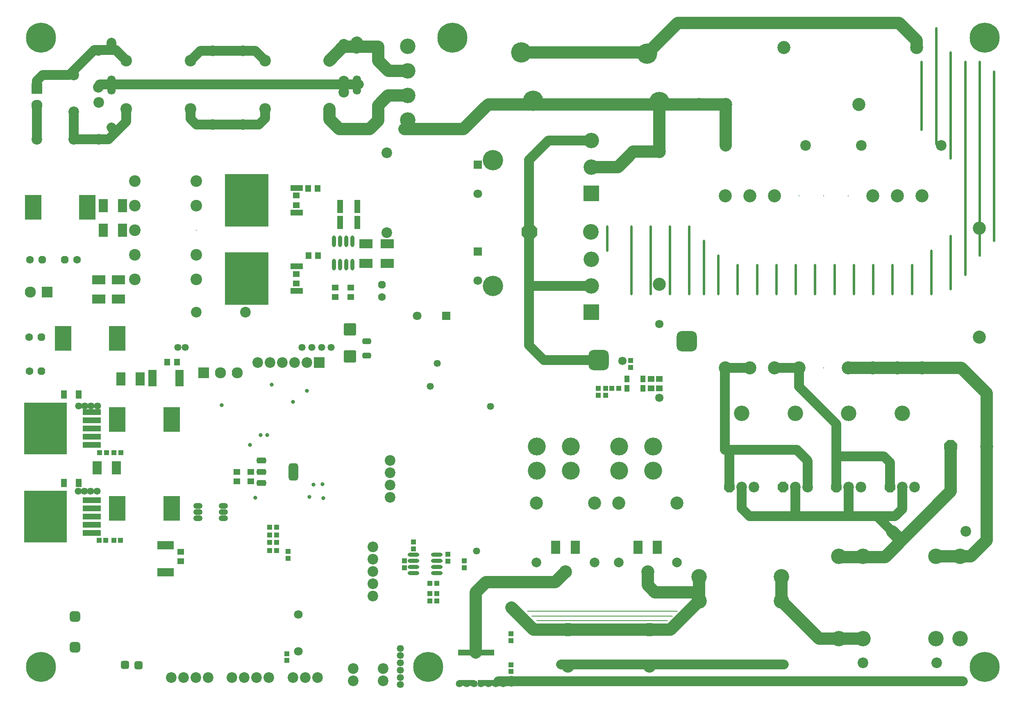
<source format=gbs>
G04*
G04 #@! TF.GenerationSoftware,Altium Limited,Altium Designer,21.6.1 (37)*
G04*
G04 Layer_Color=16711935*
%FSLAX42Y42*%
%MOMM*%
G71*
G04*
G04 #@! TF.SameCoordinates,FC63BEE2-DC1F-4C2A-9970-BC50A4DCA033*
G04*
G04*
G04 #@! TF.FilePolarity,Negative*
G04*
G01*
G75*
%ADD11C,0.20*%
%ADD47R,1.05X1.05*%
%ADD49R,1.05X1.05*%
%ADD54O,0.80X2.40*%
G04:AMPARAMS|DCode=55|XSize=2.6mm|YSize=2.6mm|CornerRadius=0.4mm|HoleSize=0mm|Usage=FLASHONLY|Rotation=90.000|XOffset=0mm|YOffset=0mm|HoleType=Round|Shape=RoundedRectangle|*
%AMROUNDEDRECTD55*
21,1,2.60,1.80,0,0,90.0*
21,1,1.80,2.60,0,0,90.0*
1,1,0.80,0.90,0.90*
1,1,0.80,0.90,-0.90*
1,1,0.80,-0.90,-0.90*
1,1,0.80,-0.90,0.90*
%
%ADD55ROUNDEDRECTD55*%
G04:AMPARAMS|DCode=56|XSize=1.2mm|YSize=1.8mm|CornerRadius=0.35mm|HoleSize=0mm|Usage=FLASHONLY|Rotation=90.000|XOffset=0mm|YOffset=0mm|HoleType=Round|Shape=RoundedRectangle|*
%AMROUNDEDRECTD56*
21,1,1.20,1.10,0,0,90.0*
21,1,0.50,1.80,0,0,90.0*
1,1,0.70,0.55,0.25*
1,1,0.70,0.55,-0.25*
1,1,0.70,-0.55,-0.25*
1,1,0.70,-0.55,0.25*
%
%ADD56ROUNDEDRECTD56*%
%ADD57R,1.20X1.45*%
%ADD58O,2.40X0.80*%
%ADD61R,1.45X1.20*%
%ADD63R,1.20X1.80*%
%ADD69R,1.90X2.70*%
%ADD70R,1.11X1.42*%
%ADD72R,2.70X1.90*%
%ADD73C,2.20*%
%ADD74R,2.20X2.20*%
%ADD75C,1.80*%
%ADD76C,2.00*%
%ADD77C,2.70*%
%ADD78O,1.90X1.20*%
%ADD79P,2.93X8X292.5*%
%ADD80C,1.60*%
%ADD81P,1.74X8X202.5*%
%ADD82P,1.74X8X292.5*%
%ADD83C,3.70*%
%ADD84C,2.30*%
%ADD85R,2.30X2.30*%
%ADD86R,2.30X2.30*%
%ADD87C,1.70*%
%ADD88C,2.40*%
%ADD89C,0.90*%
%ADD90C,6.20*%
G04:AMPARAMS|DCode=91|XSize=1.73mm|YSize=1.73mm|CornerRadius=0.48mm|HoleSize=0mm|Usage=FLASHONLY|Rotation=90.000|XOffset=0mm|YOffset=0mm|HoleType=Round|Shape=RoundedRectangle|*
%AMROUNDEDRECTD91*
21,1,1.73,0.76,0,0,90.0*
21,1,0.76,1.73,0,0,90.0*
1,1,0.97,0.38,0.38*
1,1,0.97,0.38,-0.38*
1,1,0.97,-0.38,-0.38*
1,1,0.97,-0.38,0.38*
%
%ADD91ROUNDEDRECTD91*%
%ADD92C,3.20*%
%ADD93R,3.20X3.20*%
%ADD94C,4.20*%
%ADD95P,2.38X8X22.5*%
%ADD96C,0.20*%
%ADD97R,1.80X1.80*%
G04:AMPARAMS|DCode=98|XSize=4.2mm|YSize=4.2mm|CornerRadius=1.1mm|HoleSize=0mm|Usage=FLASHONLY|Rotation=0.000|XOffset=0mm|YOffset=0mm|HoleType=Round|Shape=RoundedRectangle|*
%AMROUNDEDRECTD98*
21,1,4.20,2.00,0,0,0.0*
21,1,2.00,4.20,0,0,0.0*
1,1,2.20,1.00,-1.00*
1,1,2.20,-1.00,-1.00*
1,1,2.20,-1.00,1.00*
1,1,2.20,1.00,1.00*
%
%ADD98ROUNDEDRECTD98*%
%ADD99C,1.72*%
G04:AMPARAMS|DCode=100|XSize=2.2mm|YSize=2.2mm|CornerRadius=0.6mm|HoleSize=0mm|Usage=FLASHONLY|Rotation=0.000|XOffset=0mm|YOffset=0mm|HoleType=Round|Shape=RoundedRectangle|*
%AMROUNDEDRECTD100*
21,1,2.20,1.00,0,0,0.0*
21,1,1.00,2.20,0,0,0.0*
1,1,1.20,0.50,-0.50*
1,1,1.20,-0.50,-0.50*
1,1,1.20,-0.50,0.50*
1,1,1.20,0.50,0.50*
%
%ADD100ROUNDEDRECTD100*%
G04:AMPARAMS|DCode=101|XSize=2.2mm|YSize=2.2mm|CornerRadius=0.6mm|HoleSize=0mm|Usage=FLASHONLY|Rotation=90.000|XOffset=0mm|YOffset=0mm|HoleType=Round|Shape=RoundedRectangle|*
%AMROUNDEDRECTD101*
21,1,2.20,1.00,0,0,90.0*
21,1,1.00,2.20,0,0,90.0*
1,1,1.20,0.50,0.50*
1,1,1.20,0.50,-0.50*
1,1,1.20,-0.50,-0.50*
1,1,1.20,-0.50,0.50*
%
%ADD101ROUNDEDRECTD101*%
%ADD102P,3.52X8X202.5*%
%ADD103R,1.80X1.80*%
%ADD104C,3.25*%
%ADD105P,2.93X8X22.5*%
%ADD106C,1.47*%
%ADD107C,0.80*%
%ADD108C,2.50*%
%ADD110C,2.00*%
%ADD111C,0.50*%
G04:AMPARAMS|DCode=165|XSize=1.25mm|YSize=1.95mm|CornerRadius=0.36mm|HoleSize=0mm|Usage=FLASHONLY|Rotation=90.000|XOffset=0mm|YOffset=0mm|HoleType=Round|Shape=RoundedRectangle|*
%AMROUNDEDRECTD165*
21,1,1.25,1.23,0,0,90.0*
21,1,0.53,1.95,0,0,90.0*
1,1,0.73,0.61,0.26*
1,1,0.73,0.61,-0.26*
1,1,0.73,-0.61,-0.26*
1,1,0.73,-0.61,0.26*
%
%ADD165ROUNDEDRECTD165*%
G04:AMPARAMS|DCode=166|XSize=1.25mm|YSize=1.95mm|CornerRadius=0.36mm|HoleSize=0mm|Usage=FLASHONLY|Rotation=90.000|XOffset=0mm|YOffset=0mm|HoleType=Round|Shape=RoundedRectangle|*
%AMROUNDEDRECTD166*
21,1,1.25,1.23,0,0,90.0*
21,1,0.53,1.95,0,0,90.0*
1,1,0.73,0.61,0.26*
1,1,0.73,0.61,-0.26*
1,1,0.73,-0.61,-0.26*
1,1,0.73,-0.61,0.26*
%
%ADD166ROUNDEDRECTD166*%
G04:AMPARAMS|DCode=167|XSize=3.6mm|YSize=1.95mm|CornerRadius=0.54mm|HoleSize=0mm|Usage=FLASHONLY|Rotation=90.000|XOffset=0mm|YOffset=0mm|HoleType=Round|Shape=RoundedRectangle|*
%AMROUNDEDRECTD167*
21,1,3.60,0.88,0,0,90.0*
21,1,2.53,1.95,0,0,90.0*
1,1,1.08,0.44,1.26*
1,1,1.08,0.44,-1.26*
1,1,1.08,-0.44,-1.26*
1,1,1.08,-0.44,1.26*
%
%ADD167ROUNDEDRECTD167*%
%ADD168R,3.40X5.20*%
%ADD169R,1.80X3.40*%
%ADD170R,3.40X1.80*%
%ADD171R,1.30X2.80*%
%ADD172R,2.60X1.25*%
%ADD173R,9.10X10.85*%
%ADD174R,3.50X1.20*%
%ADD175R,8.80X10.70*%
%ADD176R,3.70X1.30*%
D11*
X10750Y-50D02*
X13450D01*
X10650Y50D02*
X13550D01*
X10550Y150D02*
X13650D01*
D47*
X5367Y1720D02*
D03*
X5227D02*
D03*
X5367Y1880D02*
D03*
X5227D02*
D03*
X5367Y1570D02*
D03*
X5227D02*
D03*
X5367Y1400D02*
D03*
X5227D02*
D03*
X2148Y1612D02*
D03*
X2008D02*
D03*
X12300Y4750D02*
D03*
X12440D02*
D03*
X8680Y360D02*
D03*
X8540D02*
D03*
X2010Y3428D02*
D03*
X2150D02*
D03*
X1858D02*
D03*
X1717D02*
D03*
X1843Y1612D02*
D03*
X1703D02*
D03*
X8538Y512D02*
D03*
X8678D02*
D03*
X8540Y720D02*
D03*
X8680D02*
D03*
D49*
X5580Y-730D02*
D03*
Y-870D02*
D03*
X5608Y1242D02*
D03*
Y1382D02*
D03*
X8200Y1575D02*
D03*
Y1435D02*
D03*
X8010Y1050D02*
D03*
Y1190D02*
D03*
X8907Y1185D02*
D03*
Y1325D02*
D03*
X12020Y4750D02*
D03*
Y4610D02*
D03*
X12690Y5190D02*
D03*
Y5330D02*
D03*
X12170Y4610D02*
D03*
Y4750D02*
D03*
X10210Y-320D02*
D03*
Y-460D02*
D03*
Y-960D02*
D03*
Y-1100D02*
D03*
X9250Y1190D02*
D03*
Y1050D02*
D03*
D54*
X6940Y7310D02*
D03*
X6814D02*
D03*
X6686D02*
D03*
X6560D02*
D03*
X6940Y7790D02*
D03*
X6814D02*
D03*
X6686D02*
D03*
X6560D02*
D03*
D55*
X6888Y5417D02*
D03*
Y5977D02*
D03*
D56*
X7238Y5428D02*
D03*
Y5728D02*
D03*
D57*
X3310Y5300D02*
D03*
X3110D02*
D03*
X6220Y8890D02*
D03*
X6020D02*
D03*
X6230Y7500D02*
D03*
X6030D02*
D03*
D58*
X8678Y1313D02*
D03*
Y1186D02*
D03*
Y1059D02*
D03*
Y932D02*
D03*
X8197Y1313D02*
D03*
Y1186D02*
D03*
Y1059D02*
D03*
Y932D02*
D03*
D61*
X4840Y2830D02*
D03*
Y3030D02*
D03*
X4550Y2830D02*
D03*
Y3030D02*
D03*
X3390Y1180D02*
D03*
Y1380D02*
D03*
X13110Y4950D02*
D03*
Y4750D02*
D03*
X13280Y4950D02*
D03*
Y4750D02*
D03*
X6580Y6840D02*
D03*
Y6640D02*
D03*
X5780Y8540D02*
D03*
Y8740D02*
D03*
X6900Y6840D02*
D03*
Y6640D02*
D03*
X5780Y6920D02*
D03*
Y7120D02*
D03*
D63*
X980Y4628D02*
D03*
X1280D02*
D03*
Y2802D02*
D03*
X980D02*
D03*
D69*
X11140Y1470D02*
D03*
X11540D02*
D03*
X12840D02*
D03*
X13240D02*
D03*
X1790Y8020D02*
D03*
X2190D02*
D03*
X1790Y8530D02*
D03*
X2190D02*
D03*
X2555Y4950D02*
D03*
X2155D02*
D03*
X1660Y3108D02*
D03*
X2060D02*
D03*
D70*
X12610Y4750D02*
D03*
X12938D02*
D03*
X12610Y4950D02*
D03*
X12938D02*
D03*
D72*
X7660Y7340D02*
D03*
Y7740D02*
D03*
X1700Y6600D02*
D03*
Y7000D02*
D03*
X2100D02*
D03*
Y6600D02*
D03*
X7220Y7340D02*
D03*
Y7740D02*
D03*
D73*
X6757Y10111D02*
D03*
Y10873D02*
D03*
X1697Y9899D02*
D03*
Y10661D02*
D03*
X6757Y11101D02*
D03*
Y11863D02*
D03*
X1687Y10979D02*
D03*
Y11741D02*
D03*
X5232Y5288D02*
D03*
X5486D02*
D03*
X5994D02*
D03*
X5740D02*
D03*
X4978D02*
D03*
X5211Y-1220D02*
D03*
X4957D02*
D03*
X4703D02*
D03*
X4449D02*
D03*
X5960D02*
D03*
X6214D02*
D03*
X5706D02*
D03*
X7357Y464D02*
D03*
Y718D02*
D03*
Y972D02*
D03*
Y1226D02*
D03*
Y1480D02*
D03*
X10220Y-1302D02*
D03*
Y222D02*
D03*
X4728Y6330D02*
D03*
X3712D02*
D03*
X3199Y-1220D02*
D03*
X3453D02*
D03*
X3707D02*
D03*
X3961D02*
D03*
X7715Y2501D02*
D03*
Y2756D02*
D03*
Y3009D02*
D03*
Y3263D02*
D03*
X14649Y9775D02*
D03*
X16300D02*
D03*
X17450D02*
D03*
X19101D02*
D03*
X419Y9900D02*
D03*
X1181D02*
D03*
X1180Y10469D02*
D03*
Y11231D02*
D03*
X7650Y9620D02*
D03*
Y7969D02*
D03*
X19012Y-920D02*
D03*
X17488D02*
D03*
X18300Y2710D02*
D03*
X18554D02*
D03*
X14980D02*
D03*
X15234D02*
D03*
X17190D02*
D03*
X17444D02*
D03*
X16090D02*
D03*
X16344D02*
D03*
X6953Y-1288D02*
D03*
Y-1034D02*
D03*
X7572Y-1288D02*
D03*
Y-1034D02*
D03*
X18088Y1800D02*
D03*
X19612D02*
D03*
X4677Y11732D02*
D03*
Y10208D02*
D03*
X4047Y11732D02*
D03*
Y10208D02*
D03*
X7467Y11812D02*
D03*
Y10288D02*
D03*
D74*
X6248Y5288D02*
D03*
D75*
X5820Y-680D02*
D03*
Y80D02*
D03*
X8275Y6250D02*
D03*
X9530Y8780D02*
D03*
X9530Y6980D02*
D03*
D76*
X10740Y1160D02*
D03*
X11940D02*
D03*
X12440D02*
D03*
X13640D02*
D03*
D77*
X11340Y960D02*
D03*
X11940Y2380D02*
D03*
X10740D02*
D03*
X11390Y-985D02*
D03*
X13080D02*
D03*
X18599Y11800D02*
D03*
X15851D02*
D03*
X19890Y8065D02*
D03*
Y5815D02*
D03*
X18702Y8736D02*
D03*
X18194D02*
D03*
X17686D02*
D03*
X15654D02*
D03*
X15146D02*
D03*
X14638D02*
D03*
Y5180D02*
D03*
X15146D02*
D03*
X15654D02*
D03*
X16162D02*
D03*
X17178D02*
D03*
X17686D02*
D03*
X18194D02*
D03*
X18702D02*
D03*
X13040Y960D02*
D03*
X13640Y2380D02*
D03*
X12440D02*
D03*
X13275Y6903D02*
D03*
Y9650D02*
D03*
X14651Y10625D02*
D03*
X20045Y3550D02*
D03*
X17399Y10625D02*
D03*
D78*
X4267Y2327D02*
D03*
Y2200D02*
D03*
Y2073D02*
D03*
X3742Y2322D02*
D03*
Y2195D02*
D03*
Y2068D02*
D03*
D79*
X11390Y-235D02*
D03*
X13080D02*
D03*
D80*
X265Y5110D02*
D03*
X275Y7410D02*
D03*
X260Y5810D02*
D03*
X1245Y7410D02*
D03*
X7550Y6645D02*
D03*
D81*
X515Y5110D02*
D03*
X525Y7410D02*
D03*
X510Y5810D02*
D03*
X995Y7410D02*
D03*
D82*
X7550Y6895D02*
D03*
D83*
X10750Y3050D02*
D03*
Y3550D02*
D03*
X11450D02*
D03*
Y3050D02*
D03*
X12450Y3550D02*
D03*
Y3050D02*
D03*
X13150D02*
D03*
Y3550D02*
D03*
D84*
X420Y10605D02*
D03*
X280Y6740D02*
D03*
X4210Y5075D02*
D03*
X4560D02*
D03*
D85*
X420Y10955D02*
D03*
D86*
X630Y6740D02*
D03*
X3860Y5075D02*
D03*
D87*
X1957Y11900D02*
D03*
Y11138D02*
D03*
X7027Y11902D02*
D03*
Y11140D02*
D03*
X1957Y10910D02*
D03*
Y10148D02*
D03*
X7027Y10910D02*
D03*
Y10148D02*
D03*
D88*
X2267Y11530D02*
D03*
X3593D02*
D03*
X2267Y10530D02*
D03*
X3593D02*
D03*
X5135Y11530D02*
D03*
X6460D02*
D03*
X5135Y10530D02*
D03*
X6460D02*
D03*
X2440Y7009D02*
D03*
Y7517D02*
D03*
Y8025D02*
D03*
Y8533D02*
D03*
Y9041D02*
D03*
X3710D02*
D03*
Y8533D02*
D03*
Y7517D02*
D03*
Y7009D02*
D03*
D89*
X290Y11880D02*
D03*
X380Y11800D02*
D03*
Y12210D02*
D03*
X300Y12120D02*
D03*
X710D02*
D03*
X620Y12200D02*
D03*
X700Y11880D02*
D03*
X620Y11790D02*
D03*
X500Y11760D02*
D03*
X740Y12000D02*
D03*
X260D02*
D03*
X500Y12240D02*
D03*
X8790Y11880D02*
D03*
X8880Y11800D02*
D03*
Y12210D02*
D03*
X8800Y12120D02*
D03*
X9210D02*
D03*
X9120Y12200D02*
D03*
X9200Y11880D02*
D03*
X9120Y11790D02*
D03*
X9000Y11760D02*
D03*
X9240Y12000D02*
D03*
X8760D02*
D03*
X9000Y12240D02*
D03*
X19790Y11880D02*
D03*
X19880Y11800D02*
D03*
Y12210D02*
D03*
X19800Y12120D02*
D03*
X20210D02*
D03*
X20120Y12200D02*
D03*
X20200Y11880D02*
D03*
X20120Y11790D02*
D03*
X20000Y11760D02*
D03*
X20240Y12000D02*
D03*
X19760D02*
D03*
X20000Y12240D02*
D03*
X19790Y-1120D02*
D03*
X19880Y-1200D02*
D03*
Y-790D02*
D03*
X19800Y-880D02*
D03*
X20210D02*
D03*
X20120Y-800D02*
D03*
X20200Y-1120D02*
D03*
X20120Y-1210D02*
D03*
X20000Y-1240D02*
D03*
X20240Y-1000D02*
D03*
X19760D02*
D03*
X20000Y-760D02*
D03*
X8290Y-1120D02*
D03*
X8380Y-1200D02*
D03*
Y-790D02*
D03*
X8300Y-880D02*
D03*
X8710D02*
D03*
X8620Y-800D02*
D03*
X8700Y-1120D02*
D03*
X8620Y-1210D02*
D03*
X8500Y-1240D02*
D03*
X8740Y-1000D02*
D03*
X8260D02*
D03*
X8500Y-760D02*
D03*
X290Y-1120D02*
D03*
X380Y-1200D02*
D03*
Y-790D02*
D03*
X300Y-880D02*
D03*
X710D02*
D03*
X620Y-800D02*
D03*
X700Y-1120D02*
D03*
X620Y-1210D02*
D03*
X500Y-1240D02*
D03*
X740Y-1000D02*
D03*
X260D02*
D03*
X500Y-760D02*
D03*
D90*
Y12000D02*
D03*
X9000D02*
D03*
X20000D02*
D03*
Y-1000D02*
D03*
X8500D02*
D03*
X500D02*
D03*
D91*
X2517Y-968D02*
D03*
X2238Y-960D02*
D03*
D92*
X11875Y9875D02*
D03*
Y9330D02*
D03*
X18300Y4234D02*
D03*
X14980D02*
D03*
X17190D02*
D03*
X19490Y1280D02*
D03*
X18990D02*
D03*
Y-420D02*
D03*
X19490D02*
D03*
X17490Y1280D02*
D03*
X16990D02*
D03*
Y-420D02*
D03*
X17490D02*
D03*
X14100Y360D02*
D03*
Y860D02*
D03*
X15800D02*
D03*
Y360D02*
D03*
X16090Y4234D02*
D03*
X11875Y6875D02*
D03*
X8077Y10298D02*
D03*
X11875Y7420D02*
D03*
X8077Y11822D02*
D03*
Y10806D02*
D03*
Y11314D02*
D03*
D93*
X11875Y8785D02*
D03*
X11875Y6330D02*
D03*
D94*
X13025Y11675D02*
D03*
X13275Y10675D02*
D03*
X10425Y11700D02*
D03*
X10675Y10700D02*
D03*
X9845Y6875D02*
D03*
X9845Y9470D02*
D03*
D95*
X18046Y2710D02*
D03*
X14726D02*
D03*
X16936D02*
D03*
X15836D02*
D03*
D96*
X3710Y8025D02*
D03*
X17178Y8736D02*
D03*
X16670D02*
D03*
X16162D02*
D03*
X16670Y5180D02*
D03*
D97*
X8875Y6250D02*
D03*
D98*
X13850Y5725D02*
D03*
X12030Y5335D02*
D03*
D99*
X13281Y4563D02*
D03*
Y6087D02*
D03*
X12519Y5325D02*
D03*
D100*
X1202Y-593D02*
D03*
D101*
Y35D02*
D03*
D102*
X10595Y7990D02*
D03*
D103*
X9530Y9380D02*
D03*
X9530Y7580D02*
D03*
D104*
X11865Y7990D02*
D03*
D105*
X19295Y3550D02*
D03*
D106*
X7930Y-620D02*
D03*
Y-770D02*
D03*
Y-920D02*
D03*
Y-1070D02*
D03*
Y-1220D02*
D03*
Y-1370D02*
D03*
X9788Y4380D02*
D03*
X9507Y1395D02*
D03*
X8690Y5270D02*
D03*
X8550Y4800D02*
D03*
X10050Y-1350D02*
D03*
X9900D02*
D03*
X9750D02*
D03*
X9600D02*
D03*
X9450D02*
D03*
X9300D02*
D03*
X9150D02*
D03*
X5900Y5600D02*
D03*
X6100D02*
D03*
X6300D02*
D03*
X6500D02*
D03*
X3480D02*
D03*
X3330D02*
D03*
X1670Y4390D02*
D03*
X1540D02*
D03*
X1410D02*
D03*
X1660Y2630D02*
D03*
X1530D02*
D03*
X1400D02*
D03*
X1270D02*
D03*
X1280Y4390D02*
D03*
D107*
X4928Y2490D02*
D03*
X6000Y4700D02*
D03*
X4235Y4408D02*
D03*
X5712Y4472D02*
D03*
X5270Y4830D02*
D03*
X5180Y3790D02*
D03*
X5038Y3785D02*
D03*
X4822Y3583D02*
D03*
X6047Y2508D02*
D03*
X6335Y2485D02*
D03*
X6320Y2770D02*
D03*
X6135Y2767D02*
D03*
D108*
X7289Y10110D02*
X7467Y10288D01*
X7160Y10110D02*
X7289D01*
X6670D02*
X7160D01*
X6460Y10320D02*
X6670Y10110D01*
X6460Y10320D02*
Y10530D01*
X9490Y-710D02*
Y540D01*
X9700Y750D01*
X10600D01*
X11130D01*
X11340Y960D01*
X13190Y540D02*
X14090D01*
X13040Y690D02*
X13190Y540D01*
X13040Y690D02*
Y960D01*
X14100Y360D02*
Y860D01*
X13505Y-235D02*
X14100Y360D01*
X13080Y-235D02*
X13505D01*
X10677D02*
X13080D01*
X10220Y222D02*
X10677Y-235D01*
X16580Y-420D02*
X17490D01*
X15800Y360D02*
X16580Y-420D01*
X15800Y360D02*
Y860D01*
X18990Y1280D02*
X19710D01*
X20045Y1615D01*
Y3550D01*
Y4655D01*
X19520Y5180D02*
X20045Y4655D01*
X17178Y5180D02*
X19520D01*
X18088Y1800D02*
X18258Y1630D01*
X16970Y1270D02*
X17940D01*
X19295Y2625D01*
Y3550D01*
X17740Y12310D02*
X18230D01*
X18599Y11942D01*
Y11800D02*
Y11942D01*
X10425Y11700D02*
X13000D01*
X13020Y11680D02*
X13025Y11675D01*
X13660Y12310D01*
X17740D01*
X12740Y9650D02*
X13275D01*
X12640Y9550D02*
X12740Y9650D01*
X12420Y9330D02*
X12640Y9550D01*
X11875Y9330D02*
X12420D01*
X14649Y9775D02*
Y10622D01*
X13275Y9650D02*
Y10675D01*
X14090Y10620D02*
X14100Y10630D01*
X9745Y10625D02*
X14651D01*
X9680Y10560D02*
X9745Y10625D01*
X9230Y10110D02*
X9680Y10560D01*
X8010Y10110D02*
X9230D01*
X7459Y10280D02*
X7467Y10288D01*
Y10597D01*
X7540Y10670D01*
X7676Y10806D01*
X8077D01*
X7467Y11683D02*
Y11812D01*
Y11683D02*
X7470Y11680D01*
Y11530D02*
Y11680D01*
Y11530D02*
X7490Y11510D01*
X7686Y11314D01*
X8077D01*
X7020Y11800D02*
Y11895D01*
X7027Y11902D01*
X6742Y11812D02*
X7467D01*
X6460Y11530D02*
X6742Y11812D01*
D110*
X10595Y6875D02*
X11875D01*
X11585Y5335D02*
X12030D01*
X10895D02*
X11585D01*
X10800Y5430D02*
X10895Y5335D01*
X10590Y5640D02*
X10800Y5430D01*
X10590Y5640D02*
Y5850D01*
Y9210D01*
Y9480D01*
X10710Y9600D01*
X10985Y9875D01*
X11875D01*
X16936Y3362D02*
X16948Y3350D01*
X17920D01*
X18046Y3224D01*
Y2710D02*
Y3224D01*
X16936Y2710D02*
Y4014D01*
X16162Y4788D02*
X16936Y4014D01*
X16162Y4788D02*
Y5180D01*
X15654D02*
X16162D01*
X14726Y3466D02*
X14740Y3480D01*
X14726Y2710D02*
Y3466D01*
X14638Y5180D02*
X15146D01*
X14630Y5172D02*
X14638Y5180D01*
X14630Y3480D02*
Y5172D01*
Y3480D02*
X16120D01*
X16344Y3256D01*
Y2710D02*
Y3256D01*
X17620Y2110D02*
X18150D01*
X18300Y2260D01*
Y2710D01*
X16080Y2120D02*
X16090Y2130D01*
Y2710D01*
X17190Y2130D02*
Y2710D01*
X17778Y2110D02*
X18088Y1800D01*
X15140Y2110D02*
X17778D01*
X14980Y2270D02*
X15140Y2110D01*
X14980Y2270D02*
Y2710D01*
X14980Y2710D01*
X5135Y10335D02*
Y10530D01*
X5110Y10310D02*
X5135Y10335D01*
X5008Y10208D02*
X5110Y10310D01*
X4677Y10208D02*
X5008D01*
X3712D02*
X4677D01*
X3593Y10327D02*
X3712Y10208D01*
X3593Y10327D02*
Y10530D01*
X4935Y11730D02*
X5135Y11530D01*
X3793Y11730D02*
X4935D01*
X3593Y11530D02*
X3793Y11730D01*
X2030Y10070D02*
Y10075D01*
X1957Y10148D02*
X2030Y10075D01*
X2267Y10267D02*
Y10530D01*
X2070Y10070D02*
X2267Y10267D01*
X1901Y9901D02*
X2070Y10070D01*
X1180Y9901D02*
X1901D01*
X1180D02*
Y10469D01*
X419Y9900D02*
Y10604D01*
X420Y10605D01*
X1960Y11750D02*
Y11897D01*
X1957Y11900D02*
X1960Y11897D01*
X2053Y11744D02*
X2267Y11530D01*
X1604Y11744D02*
X2053D01*
X1090Y11230D02*
X1604Y11744D01*
X900Y11230D02*
X1090D01*
X540D02*
X900D01*
X530Y11220D02*
X540Y11230D01*
X420Y11110D02*
X530Y11220D01*
X420Y10955D02*
Y11110D01*
X3700Y11040D02*
X7070D01*
X1710D02*
X3700D01*
X11250Y-950D02*
X15850D01*
X9950Y-1300D02*
X19550D01*
D111*
X19300Y6800D02*
Y7900D01*
X18900Y6700D02*
Y7600D01*
X18500Y6700D02*
Y7300D01*
X18100Y6700D02*
Y7300D01*
X17700Y6700D02*
Y7300D01*
X17300Y6700D02*
Y7300D01*
X16900Y6700D02*
Y7300D01*
X16500Y6700D02*
Y7300D01*
X16100Y6700D02*
Y7300D01*
X15700Y6700D02*
Y7300D01*
X15300Y6700D02*
Y7300D01*
X14900Y6700D02*
Y7300D01*
X14500Y6700D02*
Y7500D01*
X14200Y6700D02*
Y7800D01*
X13900Y6700D02*
Y8100D01*
X13500Y6700D02*
Y8100D01*
X13100Y6700D02*
Y8100D01*
X12700Y6700D02*
Y8100D01*
X12200Y7600D02*
Y8100D01*
X20200Y7800D02*
Y11300D01*
X19900Y7500D02*
Y11500D01*
X19600Y7100D02*
Y11500D01*
X19300Y9500D02*
Y11700D01*
X19000Y9800D02*
Y12200D01*
X18700Y10100D02*
Y11500D01*
D165*
X5060Y2800D02*
D03*
D166*
X5060Y3030D02*
D03*
Y3260D02*
D03*
D167*
X5720Y3030D02*
D03*
D168*
X3200Y2273D02*
D03*
X2080D02*
D03*
X960Y5790D02*
D03*
X2080D02*
D03*
X340Y8500D02*
D03*
X1460D02*
D03*
X2080Y4108D02*
D03*
X3200D02*
D03*
D169*
X3365Y4965D02*
D03*
X2805D02*
D03*
D170*
X3080Y1510D02*
D03*
Y950D02*
D03*
D171*
X7035Y8180D02*
D03*
X6685D02*
D03*
X7035Y8510D02*
D03*
X6685D02*
D03*
D172*
X5785Y8894D02*
D03*
Y8386D02*
D03*
Y7274D02*
D03*
Y6766D02*
D03*
D173*
X4750Y8640D02*
D03*
Y7020D02*
D03*
D174*
X9290Y-710D02*
D03*
Y-1330D02*
D03*
X9700Y-710D02*
D03*
Y-1330D02*
D03*
D175*
X600Y3928D02*
D03*
Y2102D02*
D03*
D176*
X1555Y3588D02*
D03*
Y3758D02*
D03*
Y3928D02*
D03*
Y4097D02*
D03*
Y4267D02*
D03*
Y1762D02*
D03*
Y1933D02*
D03*
Y2102D02*
D03*
Y2273D02*
D03*
Y2442D02*
D03*
M02*

</source>
